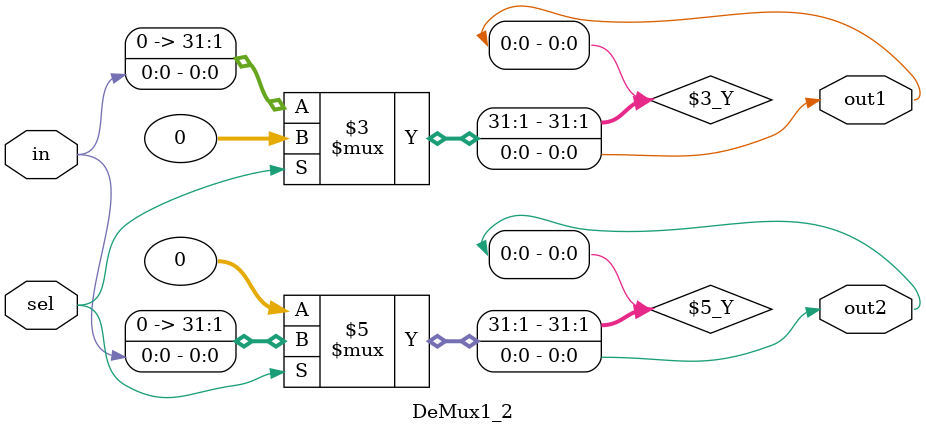
<source format=v>
`timescale 1ns / 1ps


module DeMux1_2 (
    sel,
    in,
    out1,
    out2
);
    parameter N=1;
    output [N-1:0] out1, out2;
    input [N-1:0] in;
    input sel;
    
    assign out1 = (~sel)?in:0;
    assign out2 = (sel)?in:0;
endmodule
</source>
